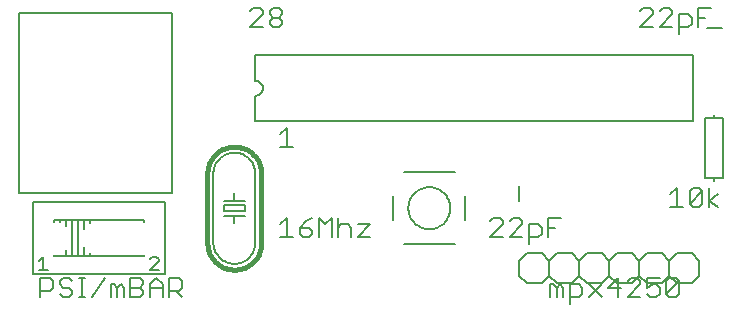
<source format=gto>
G75*
G70*
%OFA0B0*%
%FSLAX24Y24*%
%IPPOS*%
%LPD*%
%AMOC8*
5,1,8,0,0,1.08239X$1,22.5*
%
%ADD10C,0.0060*%
%ADD11C,0.0080*%
%ADD12C,0.0160*%
%ADD13C,0.0050*%
D10*
X003703Y001143D02*
X003703Y003543D01*
X008103Y003543D01*
X008103Y001143D01*
X003703Y001143D01*
X003933Y001013D02*
X004253Y001013D01*
X004360Y000906D01*
X004360Y000693D01*
X004253Y000586D01*
X003933Y000586D01*
X003933Y000373D02*
X003933Y001013D01*
X004577Y000906D02*
X004577Y000800D01*
X004684Y000693D01*
X004897Y000693D01*
X005004Y000586D01*
X005004Y000479D01*
X004897Y000373D01*
X004684Y000373D01*
X004577Y000479D01*
X005222Y000373D02*
X005435Y000373D01*
X005328Y000373D02*
X005328Y001013D01*
X005222Y001013D02*
X005435Y001013D01*
X005004Y000906D02*
X004897Y001013D01*
X004684Y001013D01*
X004577Y000906D01*
X005651Y000373D02*
X006078Y001013D01*
X006296Y000800D02*
X006403Y000800D01*
X006509Y000693D01*
X006616Y000800D01*
X006723Y000693D01*
X006723Y000373D01*
X006509Y000373D02*
X006509Y000693D01*
X006296Y000800D02*
X006296Y000373D01*
X006940Y000373D02*
X007261Y000373D01*
X007367Y000479D01*
X007367Y000586D01*
X007261Y000693D01*
X006940Y000693D01*
X007261Y000693D02*
X007367Y000800D01*
X007367Y000906D01*
X007261Y001013D01*
X006940Y001013D01*
X006940Y000373D01*
X007585Y000373D02*
X007585Y000800D01*
X007799Y001013D01*
X008012Y000800D01*
X008012Y000373D01*
X008230Y000373D02*
X008230Y001013D01*
X008550Y001013D01*
X008657Y000906D01*
X008657Y000693D01*
X008550Y000586D01*
X008230Y000586D01*
X008443Y000586D02*
X008657Y000373D01*
X008012Y000693D02*
X007585Y000693D01*
X007403Y001743D02*
X005603Y001743D01*
X005403Y001743D01*
X005203Y001743D01*
X005003Y001743D01*
X004803Y001743D01*
X004603Y001743D01*
X004403Y001743D01*
X004403Y001793D01*
X004603Y001793D02*
X004603Y001743D01*
X004803Y001743D02*
X004803Y001943D01*
X005003Y001743D02*
X005003Y002943D01*
X004803Y002943D01*
X004803Y002743D01*
X004803Y002943D02*
X004603Y002943D01*
X004603Y002893D01*
X004603Y002943D02*
X004403Y002943D01*
X004403Y002893D01*
X005003Y002943D02*
X005203Y002943D01*
X005403Y002943D01*
X005603Y002943D01*
X007403Y002943D01*
X007403Y002893D01*
X005603Y002943D02*
X005603Y002843D01*
X005403Y002943D02*
X005403Y002643D01*
X005203Y002943D02*
X005203Y001743D01*
X005403Y001743D02*
X005403Y002043D01*
X005603Y001843D02*
X005603Y001743D01*
X007403Y001743D02*
X007403Y001793D01*
X009703Y002193D02*
X009703Y004493D01*
X009705Y004544D01*
X009710Y004595D01*
X009720Y004645D01*
X009733Y004695D01*
X009749Y004743D01*
X009769Y004790D01*
X009793Y004836D01*
X009819Y004879D01*
X009849Y004921D01*
X009882Y004960D01*
X009917Y004997D01*
X009955Y005031D01*
X009996Y005062D01*
X010038Y005091D01*
X010083Y005116D01*
X010129Y005137D01*
X010177Y005156D01*
X010226Y005170D01*
X010276Y005181D01*
X010326Y005189D01*
X010377Y005193D01*
X010429Y005193D01*
X010480Y005189D01*
X010530Y005181D01*
X010580Y005170D01*
X010629Y005156D01*
X010677Y005137D01*
X010723Y005116D01*
X010768Y005091D01*
X010810Y005062D01*
X010851Y005031D01*
X010889Y004997D01*
X010924Y004960D01*
X010957Y004921D01*
X010987Y004879D01*
X011013Y004836D01*
X011037Y004790D01*
X011057Y004743D01*
X011073Y004695D01*
X011086Y004645D01*
X011096Y004595D01*
X011101Y004544D01*
X011103Y004493D01*
X011103Y002193D01*
X011101Y002142D01*
X011096Y002091D01*
X011086Y002041D01*
X011073Y001991D01*
X011057Y001943D01*
X011037Y001896D01*
X011013Y001850D01*
X010987Y001807D01*
X010957Y001765D01*
X010924Y001726D01*
X010889Y001689D01*
X010851Y001655D01*
X010810Y001624D01*
X010768Y001595D01*
X010723Y001570D01*
X010677Y001549D01*
X010629Y001530D01*
X010580Y001516D01*
X010530Y001505D01*
X010480Y001497D01*
X010429Y001493D01*
X010377Y001493D01*
X010326Y001497D01*
X010276Y001505D01*
X010226Y001516D01*
X010177Y001530D01*
X010129Y001549D01*
X010083Y001570D01*
X010038Y001595D01*
X009996Y001624D01*
X009955Y001655D01*
X009917Y001689D01*
X009882Y001726D01*
X009849Y001765D01*
X009819Y001807D01*
X009793Y001850D01*
X009769Y001896D01*
X009749Y001943D01*
X009733Y001991D01*
X009720Y002041D01*
X009710Y002091D01*
X009705Y002142D01*
X009703Y002193D01*
X010403Y002843D02*
X010403Y003093D01*
X010753Y003093D01*
X010753Y003243D02*
X010053Y003243D01*
X010053Y003443D01*
X010753Y003443D01*
X010753Y003243D01*
X010403Y003093D02*
X010053Y003093D01*
X010053Y003593D02*
X010403Y003593D01*
X010403Y003843D01*
X010403Y003593D02*
X010753Y003593D01*
X011933Y002800D02*
X012146Y003013D01*
X012146Y002373D01*
X011933Y002373D02*
X012360Y002373D01*
X012577Y002479D02*
X012684Y002373D01*
X012897Y002373D01*
X013004Y002479D01*
X013004Y002586D01*
X012897Y002693D01*
X012577Y002693D01*
X012577Y002479D01*
X012577Y002693D02*
X012791Y002906D01*
X013004Y003013D01*
X013222Y003013D02*
X013435Y002800D01*
X013649Y003013D01*
X013649Y002373D01*
X013866Y002373D02*
X013866Y003013D01*
X013973Y002800D02*
X014186Y002800D01*
X014293Y002693D01*
X014293Y002373D01*
X014511Y002373D02*
X014938Y002373D01*
X014938Y002800D02*
X014511Y002373D01*
X013973Y002800D02*
X013866Y002693D01*
X014511Y002800D02*
X014938Y002800D01*
X013222Y003013D02*
X013222Y002373D01*
X018933Y002373D02*
X019360Y002800D01*
X019360Y002906D01*
X019253Y003013D01*
X019039Y003013D01*
X018933Y002906D01*
X019577Y002906D02*
X019684Y003013D01*
X019897Y003013D01*
X020004Y002906D01*
X020004Y002800D01*
X019577Y002373D01*
X020004Y002373D01*
X020222Y002373D02*
X020542Y002373D01*
X020649Y002479D01*
X020649Y002693D01*
X020542Y002800D01*
X020222Y002800D01*
X020222Y002159D01*
X020153Y001843D02*
X019903Y001593D01*
X019903Y001093D01*
X020153Y000843D01*
X020653Y000843D01*
X020903Y001093D01*
X021153Y000843D01*
X021653Y000843D01*
X021903Y001093D01*
X021903Y001593D01*
X021653Y001843D01*
X021153Y001843D01*
X020903Y001593D01*
X020903Y001093D01*
X020933Y000800D02*
X021039Y000800D01*
X021146Y000693D01*
X021253Y000800D01*
X021360Y000693D01*
X021360Y000373D01*
X021146Y000373D02*
X021146Y000693D01*
X020933Y000800D02*
X020933Y000373D01*
X021577Y000373D02*
X021897Y000373D01*
X022004Y000479D01*
X022004Y000693D01*
X021897Y000800D01*
X021577Y000800D01*
X021577Y000159D01*
X022222Y000373D02*
X022649Y000800D01*
X022653Y000843D02*
X022153Y000843D01*
X021903Y001093D01*
X022222Y000800D02*
X022649Y000373D01*
X023186Y000373D02*
X023186Y001013D01*
X022866Y000693D01*
X023293Y000693D01*
X023153Y000843D02*
X023653Y000843D01*
X023903Y001093D01*
X024153Y000843D01*
X024653Y000843D01*
X024903Y001093D01*
X025153Y000843D01*
X025653Y000843D01*
X025903Y001093D01*
X025903Y001593D01*
X025653Y001843D01*
X025153Y001843D01*
X024903Y001593D01*
X024903Y001093D01*
X024907Y001013D02*
X025120Y001013D01*
X025227Y000906D01*
X024800Y000479D01*
X024907Y000373D01*
X025120Y000373D01*
X025227Y000479D01*
X025227Y000906D01*
X024907Y001013D02*
X024800Y000906D01*
X024800Y000479D01*
X024582Y000479D02*
X024476Y000373D01*
X024262Y000373D01*
X024155Y000479D01*
X023938Y000373D02*
X023511Y000373D01*
X023938Y000800D01*
X023938Y000906D01*
X023831Y001013D01*
X023618Y001013D01*
X023511Y000906D01*
X023153Y000843D02*
X022903Y001093D01*
X022653Y000843D01*
X022903Y001093D02*
X022903Y001593D01*
X023153Y001843D01*
X023653Y001843D01*
X023903Y001593D01*
X024153Y001843D01*
X024653Y001843D01*
X024903Y001593D01*
X023903Y001593D02*
X023903Y001093D01*
X024155Y001013D02*
X024155Y000693D01*
X024369Y000800D01*
X024476Y000800D01*
X024582Y000693D01*
X024582Y000479D01*
X024582Y001013D02*
X024155Y001013D01*
X022903Y001593D02*
X022653Y001843D01*
X022153Y001843D01*
X021903Y001593D01*
X020903Y001593D02*
X020653Y001843D01*
X020153Y001843D01*
X020866Y002373D02*
X020866Y003013D01*
X021293Y003013D01*
X021080Y002693D02*
X020866Y002693D01*
X019360Y002373D02*
X018933Y002373D01*
X024933Y003373D02*
X025360Y003373D01*
X025146Y003373D02*
X025146Y004013D01*
X024933Y003800D01*
X025577Y003906D02*
X025684Y004013D01*
X025897Y004013D01*
X026004Y003906D01*
X025577Y003479D01*
X025684Y003373D01*
X025897Y003373D01*
X026004Y003479D01*
X026004Y003906D01*
X026222Y004013D02*
X026222Y003373D01*
X026222Y003586D02*
X026542Y003373D01*
X026222Y003586D02*
X026542Y003800D01*
X025577Y003906D02*
X025577Y003479D01*
X025703Y006243D02*
X025703Y008443D01*
X011103Y008443D01*
X011103Y007593D01*
X011133Y007591D01*
X011163Y007586D01*
X011192Y007577D01*
X011219Y007564D01*
X011245Y007549D01*
X011269Y007530D01*
X011290Y007509D01*
X011309Y007485D01*
X011324Y007459D01*
X011337Y007432D01*
X011346Y007403D01*
X011351Y007373D01*
X011353Y007343D01*
X011351Y007313D01*
X011346Y007283D01*
X011337Y007254D01*
X011324Y007227D01*
X011309Y007201D01*
X011290Y007177D01*
X011269Y007156D01*
X011245Y007137D01*
X011219Y007122D01*
X011192Y007109D01*
X011163Y007100D01*
X011133Y007095D01*
X011103Y007093D01*
X011103Y006243D01*
X025703Y006243D01*
X025222Y009159D02*
X025222Y009800D01*
X025542Y009800D01*
X025649Y009693D01*
X025649Y009479D01*
X025542Y009373D01*
X025222Y009373D01*
X025004Y009373D02*
X024577Y009373D01*
X025004Y009800D01*
X025004Y009906D01*
X024897Y010013D01*
X024684Y010013D01*
X024577Y009906D01*
X024360Y009906D02*
X024253Y010013D01*
X024039Y010013D01*
X023933Y009906D01*
X024360Y009906D02*
X024360Y009800D01*
X023933Y009373D01*
X024360Y009373D01*
X025866Y009373D02*
X025866Y010013D01*
X026293Y010013D01*
X026080Y009693D02*
X025866Y009693D01*
X012360Y005373D02*
X011933Y005373D01*
X012146Y005373D02*
X012146Y006013D01*
X011933Y005800D01*
X011897Y009373D02*
X011684Y009373D01*
X011577Y009479D01*
X011577Y009586D01*
X011684Y009693D01*
X011897Y009693D01*
X012004Y009586D01*
X012004Y009479D01*
X011897Y009373D01*
X011360Y009373D02*
X010933Y009373D01*
X011360Y009800D01*
X011360Y009906D01*
X011253Y010013D01*
X011039Y010013D01*
X010933Y009906D01*
X011577Y009906D02*
X011577Y009800D01*
X011684Y009693D01*
X011897Y009693D02*
X012004Y009800D01*
X012004Y009906D01*
X011897Y010013D01*
X011684Y010013D01*
X011577Y009906D01*
D11*
X008340Y009843D02*
X003222Y009843D01*
X003222Y003843D01*
X008340Y003843D01*
X008340Y009843D01*
X016053Y004543D02*
X017753Y004543D01*
X018103Y003736D02*
X018103Y002943D01*
X016203Y003343D02*
X016205Y003395D01*
X016211Y003447D01*
X016221Y003499D01*
X016234Y003549D01*
X016251Y003599D01*
X016272Y003647D01*
X016297Y003693D01*
X016325Y003737D01*
X016356Y003779D01*
X016390Y003819D01*
X016427Y003856D01*
X016467Y003890D01*
X016509Y003921D01*
X016553Y003949D01*
X016599Y003974D01*
X016647Y003995D01*
X016697Y004012D01*
X016747Y004025D01*
X016799Y004035D01*
X016851Y004041D01*
X016903Y004043D01*
X016955Y004041D01*
X017007Y004035D01*
X017059Y004025D01*
X017109Y004012D01*
X017159Y003995D01*
X017207Y003974D01*
X017253Y003949D01*
X017297Y003921D01*
X017339Y003890D01*
X017379Y003856D01*
X017416Y003819D01*
X017450Y003779D01*
X017481Y003737D01*
X017509Y003693D01*
X017534Y003647D01*
X017555Y003599D01*
X017572Y003549D01*
X017585Y003499D01*
X017595Y003447D01*
X017601Y003395D01*
X017603Y003343D01*
X017601Y003291D01*
X017595Y003239D01*
X017585Y003187D01*
X017572Y003137D01*
X017555Y003087D01*
X017534Y003039D01*
X017509Y002993D01*
X017481Y002949D01*
X017450Y002907D01*
X017416Y002867D01*
X017379Y002830D01*
X017339Y002796D01*
X017297Y002765D01*
X017253Y002737D01*
X017207Y002712D01*
X017159Y002691D01*
X017109Y002674D01*
X017059Y002661D01*
X017007Y002651D01*
X016955Y002645D01*
X016903Y002643D01*
X016851Y002645D01*
X016799Y002651D01*
X016747Y002661D01*
X016697Y002674D01*
X016647Y002691D01*
X016599Y002712D01*
X016553Y002737D01*
X016509Y002765D01*
X016467Y002796D01*
X016427Y002830D01*
X016390Y002867D01*
X016356Y002907D01*
X016325Y002949D01*
X016297Y002993D01*
X016272Y003039D01*
X016251Y003087D01*
X016234Y003137D01*
X016221Y003187D01*
X016211Y003239D01*
X016205Y003291D01*
X016203Y003343D01*
X015703Y002943D02*
X015703Y003747D01*
X016053Y002143D02*
X017753Y002143D01*
X019903Y003593D02*
X019903Y004093D01*
X026103Y004343D02*
X026403Y004343D01*
X026403Y004243D01*
X026403Y004343D02*
X026703Y004343D01*
X026703Y006343D01*
X026403Y006343D01*
X026403Y006443D01*
X026403Y006343D02*
X026103Y006343D01*
X026103Y004343D01*
X026153Y009343D02*
X026653Y009343D01*
D12*
X011303Y004493D02*
X011303Y002193D01*
X011301Y002134D01*
X011295Y002076D01*
X011286Y002017D01*
X011272Y001960D01*
X011255Y001904D01*
X011234Y001849D01*
X011210Y001795D01*
X011182Y001743D01*
X011151Y001693D01*
X011117Y001645D01*
X011080Y001600D01*
X011039Y001557D01*
X010996Y001516D01*
X010951Y001479D01*
X010903Y001445D01*
X010853Y001414D01*
X010801Y001386D01*
X010747Y001362D01*
X010692Y001341D01*
X010636Y001324D01*
X010579Y001310D01*
X010520Y001301D01*
X010462Y001295D01*
X010403Y001293D01*
X010344Y001295D01*
X010286Y001301D01*
X010227Y001310D01*
X010170Y001324D01*
X010114Y001341D01*
X010059Y001362D01*
X010005Y001386D01*
X009953Y001414D01*
X009903Y001445D01*
X009855Y001479D01*
X009810Y001516D01*
X009767Y001557D01*
X009726Y001600D01*
X009689Y001645D01*
X009655Y001693D01*
X009624Y001743D01*
X009596Y001795D01*
X009572Y001849D01*
X009551Y001904D01*
X009534Y001960D01*
X009520Y002017D01*
X009511Y002076D01*
X009505Y002134D01*
X009503Y002193D01*
X009503Y004493D01*
X009505Y004552D01*
X009511Y004610D01*
X009520Y004669D01*
X009534Y004726D01*
X009551Y004782D01*
X009572Y004837D01*
X009596Y004891D01*
X009624Y004943D01*
X009655Y004993D01*
X009689Y005041D01*
X009726Y005086D01*
X009767Y005129D01*
X009810Y005170D01*
X009855Y005207D01*
X009903Y005241D01*
X009953Y005272D01*
X010005Y005300D01*
X010059Y005324D01*
X010114Y005345D01*
X010170Y005362D01*
X010227Y005376D01*
X010286Y005385D01*
X010344Y005391D01*
X010403Y005393D01*
X010462Y005391D01*
X010520Y005385D01*
X010579Y005376D01*
X010636Y005362D01*
X010692Y005345D01*
X010747Y005324D01*
X010801Y005300D01*
X010853Y005272D01*
X010903Y005241D01*
X010951Y005207D01*
X010996Y005170D01*
X011039Y005129D01*
X011080Y005086D01*
X011117Y005041D01*
X011151Y004993D01*
X011182Y004943D01*
X011210Y004891D01*
X011234Y004837D01*
X011255Y004782D01*
X011272Y004726D01*
X011286Y004669D01*
X011295Y004610D01*
X011301Y004552D01*
X011303Y004493D01*
D13*
X007878Y001643D02*
X007803Y001718D01*
X007653Y001718D01*
X007578Y001643D01*
X007878Y001643D02*
X007878Y001568D01*
X007578Y001268D01*
X007878Y001268D01*
X004178Y001268D02*
X003878Y001268D01*
X004028Y001268D02*
X004028Y001718D01*
X003878Y001568D01*
M02*

</source>
